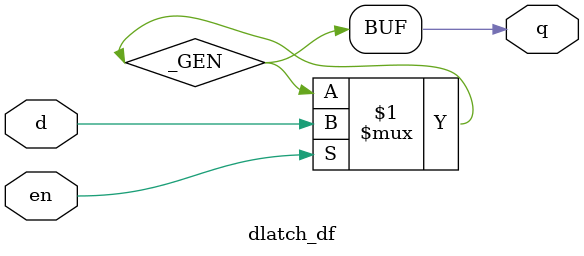
<source format=v>
module dlatch_df(	// file.cleaned.mlir:2:3
  input  d,	// file.cleaned.mlir:2:27
         en,	// file.cleaned.mlir:2:39
  output q	// file.cleaned.mlir:2:53
);

  wire _GEN;	// file.cleaned.mlir:3:10
  assign _GEN = en ? d : _GEN;	// file.cleaned.mlir:3:10
  assign q = _GEN;	// file.cleaned.mlir:3:10, :4:5
endmodule


</source>
